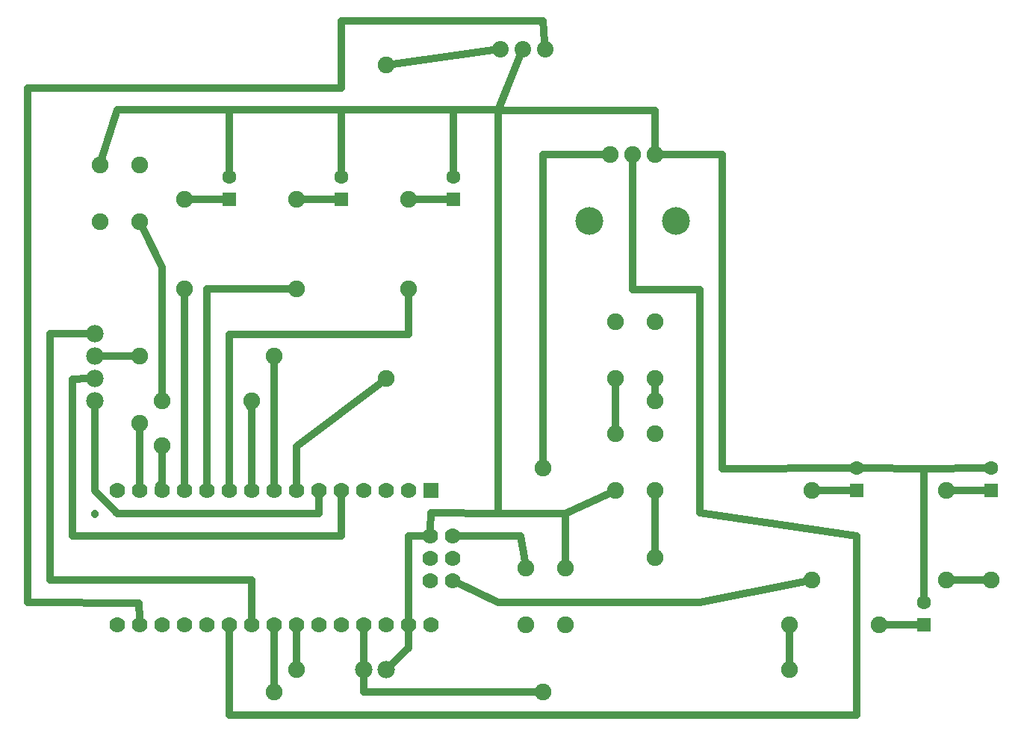
<source format=gbl>
G04 MADE WITH FRITZING*
G04 WWW.FRITZING.ORG*
G04 DOUBLE SIDED*
G04 HOLES PLATED*
G04 CONTOUR ON CENTER OF CONTOUR VECTOR*
%ASAXBY*%
%FSLAX23Y23*%
%MOIN*%
%OFA0B0*%
%SFA1.0B1.0*%
%ADD10C,0.075000*%
%ADD11C,0.070000*%
%ADD12C,0.078000*%
%ADD13C,0.062992*%
%ADD14C,0.074667*%
%ADD15C,0.074695*%
%ADD16C,0.124033*%
%ADD17C,0.073749*%
%ADD18R,0.070000X0.069958*%
%ADD19R,0.062992X0.062992*%
%ADD20C,0.032000*%
%LNCOPPER0*%
G90*
G70*
G54D10*
X669Y1473D03*
X3469Y473D03*
X1269Y473D03*
X2869Y1673D03*
X1169Y373D03*
X2869Y973D03*
X669Y1673D03*
X1069Y1673D03*
X569Y1873D03*
X1169Y1873D03*
X569Y1573D03*
X4369Y873D03*
X1669Y3173D03*
X1669Y1773D03*
X2369Y1373D03*
X2369Y373D03*
G54D11*
X1869Y1273D03*
X1769Y1273D03*
X1669Y1273D03*
X1569Y1273D03*
X1469Y1273D03*
X1369Y1273D03*
X1269Y1273D03*
X1169Y1273D03*
X1069Y1273D03*
X969Y1273D03*
X869Y1273D03*
X769Y1273D03*
X669Y1273D03*
X569Y1273D03*
X469Y1273D03*
X1869Y673D03*
X1769Y673D03*
X1669Y673D03*
X1569Y673D03*
X1469Y673D03*
X1369Y673D03*
X1269Y673D03*
X1169Y673D03*
X1069Y673D03*
X969Y673D03*
X869Y673D03*
X769Y673D03*
X669Y673D03*
X569Y673D03*
X469Y673D03*
X1965Y1072D03*
X1865Y1072D03*
X1965Y972D03*
X1865Y972D03*
X1965Y872D03*
X1865Y872D03*
G54D12*
X1569Y473D03*
X1669Y473D03*
X369Y1973D03*
X369Y1873D03*
X369Y1773D03*
X369Y1673D03*
G54D13*
X4069Y674D03*
X4069Y773D03*
X969Y2574D03*
X969Y2673D03*
X1469Y2574D03*
X1469Y2673D03*
X1969Y2574D03*
X1969Y2673D03*
X4369Y1274D03*
X4369Y1373D03*
X3769Y1274D03*
X3769Y1373D03*
G54D10*
X3469Y673D03*
X3869Y673D03*
X769Y2173D03*
X769Y2573D03*
X1269Y2173D03*
X1269Y2573D03*
X1769Y2173D03*
X1769Y2573D03*
X4169Y873D03*
X4169Y1273D03*
X3569Y873D03*
X3569Y1273D03*
G54D14*
X2869Y2773D03*
X2769Y2773D03*
G54D15*
X2669Y2773D03*
G54D16*
X2964Y2477D03*
X2575Y2477D03*
G54D10*
X2292Y673D03*
X2292Y929D03*
X2469Y673D03*
X2469Y929D03*
X2692Y1773D03*
X2692Y2029D03*
X2869Y1773D03*
X2869Y2029D03*
X392Y2473D03*
X392Y2729D03*
X569Y2473D03*
X569Y2729D03*
X2692Y1273D03*
X2692Y1529D03*
X2869Y1273D03*
X2869Y1529D03*
G54D17*
X2178Y3245D03*
X2278Y3245D03*
X2378Y3245D03*
G54D18*
X1869Y1273D03*
G54D19*
X4069Y674D03*
X969Y2574D03*
X1469Y2574D03*
X1969Y2574D03*
X4369Y1274D03*
X3769Y1274D03*
G54D20*
X1443Y2574D02*
X1298Y2573D01*
D02*
X1798Y2573D02*
X1943Y2574D01*
D02*
X943Y2574D02*
X798Y2573D01*
D02*
X4198Y1273D02*
X4343Y1274D01*
D02*
X3898Y673D02*
X4043Y674D01*
D02*
X3743Y1274D02*
X3598Y1273D01*
D02*
X769Y1302D02*
X769Y2144D01*
D02*
X870Y2174D02*
X1241Y2173D01*
D02*
X869Y1302D02*
X870Y2174D01*
D02*
X1768Y1972D02*
X1769Y2144D01*
D02*
X968Y1972D02*
X1768Y1972D01*
D02*
X969Y1302D02*
X968Y1972D01*
D02*
X1569Y503D02*
X1569Y644D01*
D02*
X1469Y1244D02*
X1469Y1071D01*
D02*
X1469Y1071D02*
X269Y1071D01*
D02*
X269Y1071D02*
X269Y1772D01*
D02*
X269Y1772D02*
X339Y1773D01*
D02*
X1069Y702D02*
X1069Y873D01*
D02*
X1069Y873D02*
X170Y873D01*
D02*
X170Y873D02*
X170Y1974D01*
D02*
X170Y1974D02*
X339Y1973D01*
D02*
X3070Y773D02*
X3541Y867D01*
D02*
X2169Y773D02*
X3070Y773D01*
D02*
X1991Y860D02*
X2169Y773D01*
D02*
X1770Y572D02*
X1770Y644D01*
D02*
X1691Y494D02*
X1770Y572D01*
D02*
X1769Y1072D02*
X1769Y702D01*
D02*
X1836Y1072D02*
X1769Y1072D01*
D02*
X2468Y1171D02*
X2469Y957D01*
D02*
X2169Y1172D02*
X2468Y1171D01*
D02*
X1869Y1173D02*
X2169Y1172D01*
D02*
X1866Y1102D02*
X1869Y1173D01*
D02*
X1970Y2974D02*
X1970Y2700D01*
D02*
X1471Y2974D02*
X1970Y2974D01*
D02*
X1470Y2700D02*
X1471Y2974D01*
D02*
X1970Y2974D02*
X1970Y2700D01*
D02*
X2169Y2974D02*
X1970Y2974D01*
D02*
X2169Y1172D02*
X2169Y2974D01*
D02*
X2468Y1171D02*
X2666Y1261D01*
D02*
X2469Y957D02*
X2468Y1171D01*
D02*
X2271Y1072D02*
X2288Y957D01*
D02*
X1994Y1072D02*
X2271Y1072D01*
D02*
X468Y2974D02*
X968Y2974D01*
D02*
X968Y2974D02*
X969Y2700D01*
D02*
X401Y2756D02*
X468Y2974D01*
D02*
X1471Y2974D02*
X1470Y2700D01*
D02*
X968Y2974D02*
X1471Y2974D01*
D02*
X969Y2700D02*
X968Y2974D01*
D02*
X2368Y3372D02*
X2375Y3277D01*
D02*
X71Y774D02*
X71Y3071D01*
D02*
X71Y3071D02*
X1469Y3071D01*
D02*
X1469Y3071D02*
X1469Y3372D01*
D02*
X1469Y3372D02*
X2368Y3372D01*
D02*
X567Y772D02*
X71Y774D01*
D02*
X569Y702D02*
X567Y772D01*
D02*
X1970Y2974D02*
X1970Y2700D01*
D02*
X2169Y2974D02*
X1970Y2974D01*
D02*
X2266Y3215D02*
X2169Y2974D01*
D02*
X3770Y1071D02*
X3069Y1174D01*
D02*
X3770Y272D02*
X3770Y1071D01*
D02*
X3069Y1174D02*
X3069Y2172D01*
D02*
X2768Y2172D02*
X2769Y2741D01*
D02*
X3069Y2172D02*
X2768Y2172D01*
D02*
X970Y272D02*
X3770Y272D01*
D02*
X969Y644D02*
X970Y272D01*
D02*
X2170Y2972D02*
X2266Y3215D01*
D02*
X2871Y2972D02*
X2170Y2972D01*
D02*
X2870Y2805D02*
X2871Y2972D01*
D02*
X3168Y1372D02*
X3168Y2774D01*
D02*
X3168Y2774D02*
X2901Y2773D01*
D02*
X3743Y1373D02*
X3168Y1372D01*
D02*
X4070Y1372D02*
X3796Y1373D01*
D02*
X4069Y800D02*
X4070Y1372D01*
D02*
X4070Y1372D02*
X3796Y1373D01*
D02*
X4343Y1373D02*
X4070Y1372D01*
D02*
X2692Y1744D02*
X2692Y1557D01*
D02*
X3469Y644D02*
X3469Y501D01*
D02*
X669Y1273D02*
X669Y1444D01*
D02*
X656Y1299D02*
X669Y1273D01*
D02*
X2869Y1744D02*
X2869Y1701D01*
D02*
X1269Y644D02*
X1269Y501D01*
D02*
X671Y2272D02*
X670Y1701D01*
D02*
X582Y2447D02*
X671Y2272D01*
D02*
X1069Y1671D02*
X1064Y1645D01*
D02*
X1069Y1302D02*
X1069Y1671D01*
D02*
X400Y1873D02*
X541Y1873D01*
D02*
X1170Y1472D02*
X1170Y1844D01*
D02*
X1170Y1302D02*
X1170Y1472D01*
D02*
X569Y1544D02*
X569Y1302D01*
D02*
X4198Y873D02*
X4341Y873D01*
D02*
X2146Y3240D02*
X1698Y3177D01*
D02*
X1268Y1472D02*
X1647Y1756D01*
D02*
X1269Y1302D02*
X1268Y1472D01*
D02*
X2869Y1244D02*
X2869Y1001D01*
D02*
X1169Y644D02*
X1169Y401D01*
D02*
X1570Y373D02*
X2341Y373D01*
D02*
X1570Y443D02*
X1570Y373D01*
D02*
X2370Y2773D02*
X2369Y1401D01*
D02*
X2638Y2773D02*
X2370Y2773D01*
D02*
X371Y1273D02*
X370Y1643D01*
D02*
X1371Y1172D02*
X469Y1172D01*
D02*
X469Y1172D02*
X371Y1273D01*
D02*
X1370Y1244D02*
X1371Y1172D01*
D02*
X371Y1172D02*
X368Y1167D01*
G04 End of Copper0*
M02*
</source>
